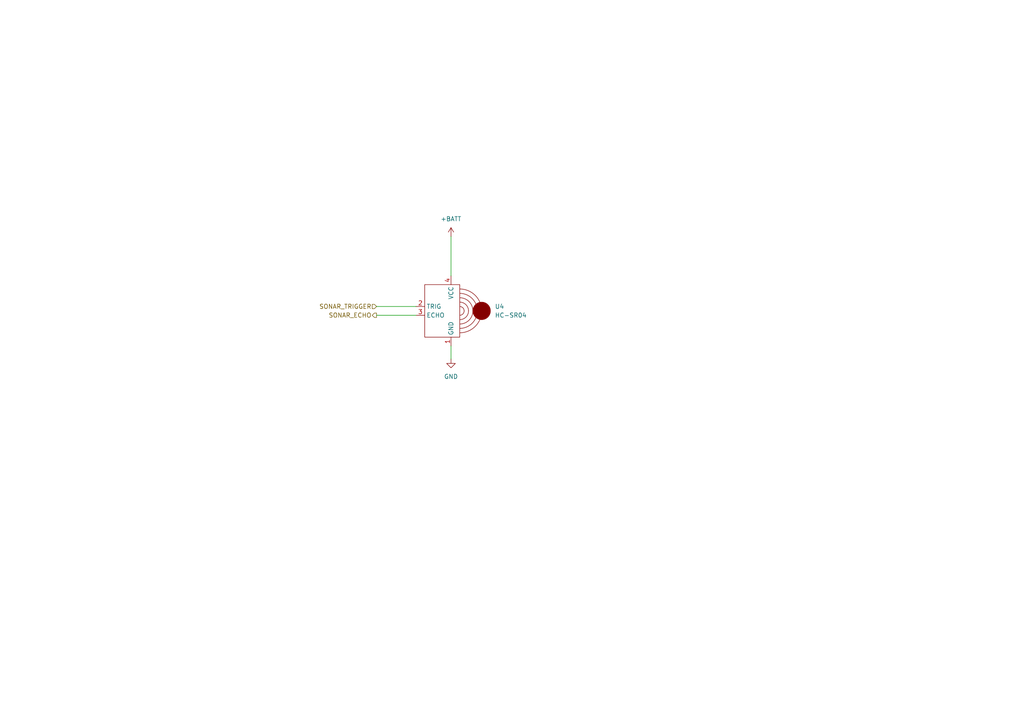
<source format=kicad_sch>
(kicad_sch (version 20230121) (generator eeschema)
  (paper "A4")
  (lib_symbols
    (symbol "minimouse:HC-SR04"
      (property "Reference" "U" (at 0 0 0))
      (property "Value" "HC-SR04" (at 0 0 0))
      (symbol "HC-SR04_0_1"
        (rectangle (start -7.62 7.62) (end 2.54 -7.62))
        (arc (start 2.54 -6.35) (mid 7.0301 -4.4901) (end 8.89 0))
        (arc (start 2.54 -5.08) (mid 6.1321 -3.5921) (end 7.62 0))
        (arc (start 2.54 -3.81) (mid 5.2341 -2.6941) (end 6.35 0))
        (arc (start 2.54 -2.54) (mid 4.3361 -1.7961) (end 5.08 0))
        (arc (start 2.54 -1.27) (mid 3.438 -0.898) (end 3.81 0))
        (arc (start 3.81 0) (mid 3.438 0.898) (end 2.54 1.27))
        (arc (start 5.08 0) (mid 4.3361 1.7961) (end 2.54 2.54))
        (arc (start 6.35 0) (mid 5.2341 2.6941) (end 2.54 3.81))
        (arc (start 7.62 0) (mid 6.1321 3.5921) (end 2.54 5.08))
        (arc (start 8.89 0) (mid 7.0301 4.4901) (end 2.54 6.35))
      )
      (symbol "HC-SR04_1_1"
        (circle (center 8.89 0) (radius 2.54) (fill (type outline)))
        (pin power_in line (at 0 -10.16 90) (length 2.54) (name "GND") (number "1"))
        (pin input line (at -10.16 1.27 0) (length 2.54) (name "TRIG") (number "2"))
        (pin output line (at -10.16 -1.27 0) (length 2.54) (name "ECHO") (number "3"))
        (pin power_in line (at 0 10.16 270) (length 2.54) (name "VCC") (number "4"))
      )
    )
    (symbol "power:+BATT" (power) (pin_names (offset 0))
      (property "Value" "+BATT" (at 0 3.556 0))
      (symbol "+BATT_0_1"
        (polyline (pts (xy -0.762 1.27) (xy 0 2.54)))
        (polyline (pts (xy 0 0) (xy 0 2.54)))
        (polyline (pts (xy 0 2.54) (xy 0.762 1.27)))
      )
      (symbol "+BATT_1_1"
        (pin power_in line (at 0 0 90) (length 0) hide (name "+BATT") (number "1"))
      )
    )
    (symbol "power:GND" (power) (pin_names (offset 0))
      (property "Value" "GND" (at 0 -3.81 0))
      (symbol "GND_0_1"
        (polyline (pts (xy 0 0) (xy 0 -1.27) (xy 1.27 -1.27) (xy 0 -2.54) (xy -1.27 -1.27) (xy 0 -1.27)))
      )
      (symbol "GND_1_1"
        (pin power_in line (at 0 0 270) (length 0) hide (name "GND") (number "1"))
      )
    )
  )
  (wire (pts (xy 130.81 68.58) (xy 130.81 80.01)))
  (wire (pts (xy 130.81 100.33) (xy 130.81 104.14)))
  (wire (pts (xy 109.22 88.9) (xy 120.65 88.9)))
  (wire (pts (xy 109.22 91.44) (xy 120.65 91.44)))
  (hierarchical_label "SONAR_TRIGGER" (shape input) (at 109.22 88.9 180))
  (hierarchical_label "SONAR_ECHO" (shape output) (at 109.22 91.44 180))
  (symbol (lib_id "minimouse:HC-SR04") (at 130.81 90.17 0) (unit 1)
    (property "Reference" "U4" (at 143.51 88.9 0) (effects (justify left)))
    (property "Value" "HC-SR04" (at 143.51 91.44 0) (effects (justify left)))
    (property "Footprint" "minimouse:HC-SR04" (effects hide))
  )
  (symbol (lib_id "power:+BATT") (at 130.81 68.58 0) (unit 1)
    (property "Reference" "#PWR025" (effects hide))
    (property "Value" "+BATT" (at 130.81 63.5 0))
  )
  (symbol (lib_id "power:GND") (at 130.81 104.14 0) (unit 1)
    (property "Reference" "#PWR022" (effects hide))
    (property "Value" "GND" (at 130.81 109.22 0))
  )
)
</source>
